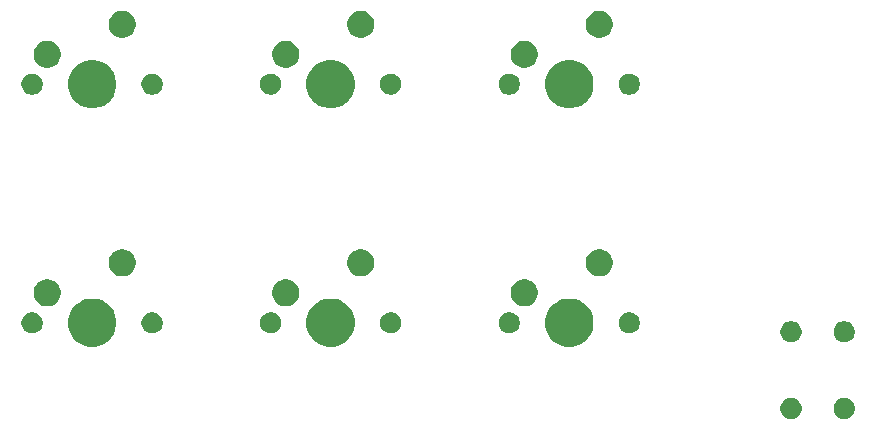
<source format=gbr>
G04 #@! TF.GenerationSoftware,KiCad,Pcbnew,5.1.5-52549c5~84~ubuntu18.04.1*
G04 #@! TF.CreationDate,2020-02-23T16:11:41-08:00*
G04 #@! TF.ProjectId,dotkb_micro,646f746b-625f-46d6-9963-726f2e6b6963,rev?*
G04 #@! TF.SameCoordinates,Original*
G04 #@! TF.FileFunction,Soldermask,Top*
G04 #@! TF.FilePolarity,Negative*
%FSLAX46Y46*%
G04 Gerber Fmt 4.6, Leading zero omitted, Abs format (unit mm)*
G04 Created by KiCad (PCBNEW 5.1.5-52549c5~84~ubuntu18.04.1) date 2020-02-23 16:11:41*
%MOMM*%
%LPD*%
G04 APERTURE LIST*
%ADD10C,0.100000*%
G04 APERTURE END LIST*
D10*
G36*
X135263752Y-109090416D02*
G01*
X135263755Y-109090417D01*
X135263754Y-109090417D01*
X135427689Y-109158321D01*
X135575227Y-109256903D01*
X135700697Y-109382373D01*
X135700698Y-109382375D01*
X135799280Y-109529913D01*
X135867184Y-109693848D01*
X135901800Y-109867877D01*
X135901800Y-110045323D01*
X135867184Y-110219352D01*
X135867183Y-110219354D01*
X135799279Y-110383289D01*
X135700697Y-110530827D01*
X135575227Y-110656297D01*
X135427689Y-110754879D01*
X135427688Y-110754880D01*
X135427687Y-110754880D01*
X135263752Y-110822784D01*
X135089723Y-110857400D01*
X134912277Y-110857400D01*
X134738248Y-110822784D01*
X134574313Y-110754880D01*
X134574312Y-110754880D01*
X134574311Y-110754879D01*
X134426773Y-110656297D01*
X134301303Y-110530827D01*
X134202721Y-110383289D01*
X134134817Y-110219354D01*
X134134816Y-110219352D01*
X134100200Y-110045323D01*
X134100200Y-109867877D01*
X134134816Y-109693848D01*
X134202720Y-109529913D01*
X134301302Y-109382375D01*
X134301303Y-109382373D01*
X134426773Y-109256903D01*
X134574311Y-109158321D01*
X134738246Y-109090417D01*
X134738245Y-109090417D01*
X134738248Y-109090416D01*
X134912277Y-109055800D01*
X135089723Y-109055800D01*
X135263752Y-109090416D01*
G37*
G36*
X130763752Y-109090416D02*
G01*
X130763755Y-109090417D01*
X130763754Y-109090417D01*
X130927689Y-109158321D01*
X131075227Y-109256903D01*
X131200697Y-109382373D01*
X131200698Y-109382375D01*
X131299280Y-109529913D01*
X131367184Y-109693848D01*
X131401800Y-109867877D01*
X131401800Y-110045323D01*
X131367184Y-110219352D01*
X131367183Y-110219354D01*
X131299279Y-110383289D01*
X131200697Y-110530827D01*
X131075227Y-110656297D01*
X130927689Y-110754879D01*
X130927688Y-110754880D01*
X130927687Y-110754880D01*
X130763752Y-110822784D01*
X130589723Y-110857400D01*
X130412277Y-110857400D01*
X130238248Y-110822784D01*
X130074313Y-110754880D01*
X130074312Y-110754880D01*
X130074311Y-110754879D01*
X129926773Y-110656297D01*
X129801303Y-110530827D01*
X129702721Y-110383289D01*
X129634817Y-110219354D01*
X129634816Y-110219352D01*
X129600200Y-110045323D01*
X129600200Y-109867877D01*
X129634816Y-109693848D01*
X129702720Y-109529913D01*
X129801302Y-109382375D01*
X129801303Y-109382373D01*
X129926773Y-109256903D01*
X130074311Y-109158321D01*
X130238246Y-109090417D01*
X130238245Y-109090417D01*
X130238248Y-109090416D01*
X130412277Y-109055800D01*
X130589723Y-109055800D01*
X130763752Y-109090416D01*
G37*
G36*
X71920196Y-100726011D02*
G01*
X72293418Y-100880605D01*
X72460223Y-100992061D01*
X72629310Y-101105041D01*
X72914961Y-101390692D01*
X72914962Y-101390694D01*
X73139397Y-101726584D01*
X73293991Y-102099806D01*
X73372801Y-102496013D01*
X73372801Y-102899989D01*
X73293991Y-103296196D01*
X73139397Y-103669418D01*
X73139396Y-103669419D01*
X72914961Y-104005310D01*
X72629310Y-104290961D01*
X72581685Y-104322783D01*
X72293418Y-104515397D01*
X71920196Y-104669991D01*
X71523989Y-104748801D01*
X71120013Y-104748801D01*
X70723806Y-104669991D01*
X70350584Y-104515397D01*
X70062317Y-104322783D01*
X70014692Y-104290961D01*
X69729041Y-104005310D01*
X69504606Y-103669419D01*
X69504605Y-103669418D01*
X69350011Y-103296196D01*
X69271201Y-102899989D01*
X69271201Y-102496013D01*
X69350011Y-102099806D01*
X69504605Y-101726584D01*
X69729040Y-101390694D01*
X69729041Y-101390692D01*
X70014692Y-101105041D01*
X70183779Y-100992061D01*
X70350584Y-100880605D01*
X70723806Y-100726011D01*
X71120013Y-100647201D01*
X71523989Y-100647201D01*
X71920196Y-100726011D01*
G37*
G36*
X112320196Y-100726011D02*
G01*
X112693418Y-100880605D01*
X112860223Y-100992061D01*
X113029310Y-101105041D01*
X113314961Y-101390692D01*
X113314962Y-101390694D01*
X113539397Y-101726584D01*
X113693991Y-102099806D01*
X113772801Y-102496013D01*
X113772801Y-102899989D01*
X113693991Y-103296196D01*
X113539397Y-103669418D01*
X113539396Y-103669419D01*
X113314961Y-104005310D01*
X113029310Y-104290961D01*
X112981685Y-104322783D01*
X112693418Y-104515397D01*
X112320196Y-104669991D01*
X111923989Y-104748801D01*
X111520013Y-104748801D01*
X111123806Y-104669991D01*
X110750584Y-104515397D01*
X110462317Y-104322783D01*
X110414692Y-104290961D01*
X110129041Y-104005310D01*
X109904606Y-103669419D01*
X109904605Y-103669418D01*
X109750011Y-103296196D01*
X109671201Y-102899989D01*
X109671201Y-102496013D01*
X109750011Y-102099806D01*
X109904605Y-101726584D01*
X110129040Y-101390694D01*
X110129041Y-101390692D01*
X110414692Y-101105041D01*
X110583779Y-100992061D01*
X110750584Y-100880605D01*
X111123806Y-100726011D01*
X111520013Y-100647201D01*
X111923989Y-100647201D01*
X112320196Y-100726011D01*
G37*
G36*
X92120196Y-100726011D02*
G01*
X92493418Y-100880605D01*
X92660223Y-100992061D01*
X92829310Y-101105041D01*
X93114961Y-101390692D01*
X93114962Y-101390694D01*
X93339397Y-101726584D01*
X93493991Y-102099806D01*
X93572801Y-102496013D01*
X93572801Y-102899989D01*
X93493991Y-103296196D01*
X93339397Y-103669418D01*
X93339396Y-103669419D01*
X93114961Y-104005310D01*
X92829310Y-104290961D01*
X92781685Y-104322783D01*
X92493418Y-104515397D01*
X92120196Y-104669991D01*
X91723989Y-104748801D01*
X91320013Y-104748801D01*
X90923806Y-104669991D01*
X90550584Y-104515397D01*
X90262317Y-104322783D01*
X90214692Y-104290961D01*
X89929041Y-104005310D01*
X89704606Y-103669419D01*
X89704605Y-103669418D01*
X89550011Y-103296196D01*
X89471201Y-102899989D01*
X89471201Y-102496013D01*
X89550011Y-102099806D01*
X89704605Y-101726584D01*
X89929040Y-101390694D01*
X89929041Y-101390692D01*
X90214692Y-101105041D01*
X90383779Y-100992061D01*
X90550584Y-100880605D01*
X90923806Y-100726011D01*
X91320013Y-100647201D01*
X91723989Y-100647201D01*
X92120196Y-100726011D01*
G37*
G36*
X135263752Y-102590416D02*
G01*
X135427687Y-102658320D01*
X135427689Y-102658321D01*
X135575227Y-102756903D01*
X135700697Y-102882373D01*
X135753069Y-102960753D01*
X135799280Y-103029913D01*
X135867184Y-103193848D01*
X135901800Y-103367877D01*
X135901800Y-103545323D01*
X135867184Y-103719352D01*
X135867183Y-103719354D01*
X135799279Y-103883289D01*
X135700697Y-104030827D01*
X135575227Y-104156297D01*
X135427689Y-104254879D01*
X135427688Y-104254880D01*
X135427687Y-104254880D01*
X135263752Y-104322784D01*
X135089723Y-104357400D01*
X134912277Y-104357400D01*
X134738248Y-104322784D01*
X134574313Y-104254880D01*
X134574312Y-104254880D01*
X134574311Y-104254879D01*
X134426773Y-104156297D01*
X134301303Y-104030827D01*
X134202721Y-103883289D01*
X134134817Y-103719354D01*
X134134816Y-103719352D01*
X134100200Y-103545323D01*
X134100200Y-103367877D01*
X134134816Y-103193848D01*
X134202720Y-103029913D01*
X134248931Y-102960753D01*
X134301303Y-102882373D01*
X134426773Y-102756903D01*
X134574311Y-102658321D01*
X134574313Y-102658320D01*
X134738248Y-102590416D01*
X134912277Y-102555800D01*
X135089723Y-102555800D01*
X135263752Y-102590416D01*
G37*
G36*
X130763752Y-102590416D02*
G01*
X130927687Y-102658320D01*
X130927689Y-102658321D01*
X131075227Y-102756903D01*
X131200697Y-102882373D01*
X131253069Y-102960753D01*
X131299280Y-103029913D01*
X131367184Y-103193848D01*
X131401800Y-103367877D01*
X131401800Y-103545323D01*
X131367184Y-103719352D01*
X131367183Y-103719354D01*
X131299279Y-103883289D01*
X131200697Y-104030827D01*
X131075227Y-104156297D01*
X130927689Y-104254879D01*
X130927688Y-104254880D01*
X130927687Y-104254880D01*
X130763752Y-104322784D01*
X130589723Y-104357400D01*
X130412277Y-104357400D01*
X130238248Y-104322784D01*
X130074313Y-104254880D01*
X130074312Y-104254880D01*
X130074311Y-104254879D01*
X129926773Y-104156297D01*
X129801303Y-104030827D01*
X129702721Y-103883289D01*
X129634817Y-103719354D01*
X129634816Y-103719352D01*
X129600200Y-103545323D01*
X129600200Y-103367877D01*
X129634816Y-103193848D01*
X129702720Y-103029913D01*
X129748931Y-102960753D01*
X129801303Y-102882373D01*
X129926773Y-102756903D01*
X130074311Y-102658321D01*
X130074313Y-102658320D01*
X130238248Y-102590416D01*
X130412277Y-102555800D01*
X130589723Y-102555800D01*
X130763752Y-102590416D01*
G37*
G36*
X86704753Y-101831817D02*
G01*
X86704756Y-101831818D01*
X86704755Y-101831818D01*
X86868690Y-101899722D01*
X87016228Y-101998304D01*
X87141698Y-102123774D01*
X87141699Y-102123776D01*
X87240281Y-102271314D01*
X87308185Y-102435249D01*
X87342801Y-102609278D01*
X87342801Y-102786724D01*
X87308185Y-102960753D01*
X87308184Y-102960755D01*
X87240280Y-103124690D01*
X87141698Y-103272228D01*
X87016228Y-103397698D01*
X86868690Y-103496280D01*
X86868689Y-103496281D01*
X86868688Y-103496281D01*
X86704753Y-103564185D01*
X86530724Y-103598801D01*
X86353278Y-103598801D01*
X86179249Y-103564185D01*
X86015314Y-103496281D01*
X86015313Y-103496281D01*
X86015312Y-103496280D01*
X85867774Y-103397698D01*
X85742304Y-103272228D01*
X85643722Y-103124690D01*
X85575818Y-102960755D01*
X85575817Y-102960753D01*
X85541201Y-102786724D01*
X85541201Y-102609278D01*
X85575817Y-102435249D01*
X85643721Y-102271314D01*
X85742303Y-102123776D01*
X85742304Y-102123774D01*
X85867774Y-101998304D01*
X86015312Y-101899722D01*
X86179247Y-101831818D01*
X86179246Y-101831818D01*
X86179249Y-101831817D01*
X86353278Y-101797201D01*
X86530724Y-101797201D01*
X86704753Y-101831817D01*
G37*
G36*
X76664753Y-101831817D02*
G01*
X76664756Y-101831818D01*
X76664755Y-101831818D01*
X76828690Y-101899722D01*
X76976228Y-101998304D01*
X77101698Y-102123774D01*
X77101699Y-102123776D01*
X77200281Y-102271314D01*
X77268185Y-102435249D01*
X77302801Y-102609278D01*
X77302801Y-102786724D01*
X77268185Y-102960753D01*
X77268184Y-102960755D01*
X77200280Y-103124690D01*
X77101698Y-103272228D01*
X76976228Y-103397698D01*
X76828690Y-103496280D01*
X76828689Y-103496281D01*
X76828688Y-103496281D01*
X76664753Y-103564185D01*
X76490724Y-103598801D01*
X76313278Y-103598801D01*
X76139249Y-103564185D01*
X75975314Y-103496281D01*
X75975313Y-103496281D01*
X75975312Y-103496280D01*
X75827774Y-103397698D01*
X75702304Y-103272228D01*
X75603722Y-103124690D01*
X75535818Y-102960755D01*
X75535817Y-102960753D01*
X75501201Y-102786724D01*
X75501201Y-102609278D01*
X75535817Y-102435249D01*
X75603721Y-102271314D01*
X75702303Y-102123776D01*
X75702304Y-102123774D01*
X75827774Y-101998304D01*
X75975312Y-101899722D01*
X76139247Y-101831818D01*
X76139246Y-101831818D01*
X76139249Y-101831817D01*
X76313278Y-101797201D01*
X76490724Y-101797201D01*
X76664753Y-101831817D01*
G37*
G36*
X66504753Y-101831817D02*
G01*
X66504756Y-101831818D01*
X66504755Y-101831818D01*
X66668690Y-101899722D01*
X66816228Y-101998304D01*
X66941698Y-102123774D01*
X66941699Y-102123776D01*
X67040281Y-102271314D01*
X67108185Y-102435249D01*
X67142801Y-102609278D01*
X67142801Y-102786724D01*
X67108185Y-102960753D01*
X67108184Y-102960755D01*
X67040280Y-103124690D01*
X66941698Y-103272228D01*
X66816228Y-103397698D01*
X66668690Y-103496280D01*
X66668689Y-103496281D01*
X66668688Y-103496281D01*
X66504753Y-103564185D01*
X66330724Y-103598801D01*
X66153278Y-103598801D01*
X65979249Y-103564185D01*
X65815314Y-103496281D01*
X65815313Y-103496281D01*
X65815312Y-103496280D01*
X65667774Y-103397698D01*
X65542304Y-103272228D01*
X65443722Y-103124690D01*
X65375818Y-102960755D01*
X65375817Y-102960753D01*
X65341201Y-102786724D01*
X65341201Y-102609278D01*
X65375817Y-102435249D01*
X65443721Y-102271314D01*
X65542303Y-102123776D01*
X65542304Y-102123774D01*
X65667774Y-101998304D01*
X65815312Y-101899722D01*
X65979247Y-101831818D01*
X65979246Y-101831818D01*
X65979249Y-101831817D01*
X66153278Y-101797201D01*
X66330724Y-101797201D01*
X66504753Y-101831817D01*
G37*
G36*
X96864753Y-101831817D02*
G01*
X96864756Y-101831818D01*
X96864755Y-101831818D01*
X97028690Y-101899722D01*
X97176228Y-101998304D01*
X97301698Y-102123774D01*
X97301699Y-102123776D01*
X97400281Y-102271314D01*
X97468185Y-102435249D01*
X97502801Y-102609278D01*
X97502801Y-102786724D01*
X97468185Y-102960753D01*
X97468184Y-102960755D01*
X97400280Y-103124690D01*
X97301698Y-103272228D01*
X97176228Y-103397698D01*
X97028690Y-103496280D01*
X97028689Y-103496281D01*
X97028688Y-103496281D01*
X96864753Y-103564185D01*
X96690724Y-103598801D01*
X96513278Y-103598801D01*
X96339249Y-103564185D01*
X96175314Y-103496281D01*
X96175313Y-103496281D01*
X96175312Y-103496280D01*
X96027774Y-103397698D01*
X95902304Y-103272228D01*
X95803722Y-103124690D01*
X95735818Y-102960755D01*
X95735817Y-102960753D01*
X95701201Y-102786724D01*
X95701201Y-102609278D01*
X95735817Y-102435249D01*
X95803721Y-102271314D01*
X95902303Y-102123776D01*
X95902304Y-102123774D01*
X96027774Y-101998304D01*
X96175312Y-101899722D01*
X96339247Y-101831818D01*
X96339246Y-101831818D01*
X96339249Y-101831817D01*
X96513278Y-101797201D01*
X96690724Y-101797201D01*
X96864753Y-101831817D01*
G37*
G36*
X117064753Y-101831817D02*
G01*
X117064756Y-101831818D01*
X117064755Y-101831818D01*
X117228690Y-101899722D01*
X117376228Y-101998304D01*
X117501698Y-102123774D01*
X117501699Y-102123776D01*
X117600281Y-102271314D01*
X117668185Y-102435249D01*
X117702801Y-102609278D01*
X117702801Y-102786724D01*
X117668185Y-102960753D01*
X117668184Y-102960755D01*
X117600280Y-103124690D01*
X117501698Y-103272228D01*
X117376228Y-103397698D01*
X117228690Y-103496280D01*
X117228689Y-103496281D01*
X117228688Y-103496281D01*
X117064753Y-103564185D01*
X116890724Y-103598801D01*
X116713278Y-103598801D01*
X116539249Y-103564185D01*
X116375314Y-103496281D01*
X116375313Y-103496281D01*
X116375312Y-103496280D01*
X116227774Y-103397698D01*
X116102304Y-103272228D01*
X116003722Y-103124690D01*
X115935818Y-102960755D01*
X115935817Y-102960753D01*
X115901201Y-102786724D01*
X115901201Y-102609278D01*
X115935817Y-102435249D01*
X116003721Y-102271314D01*
X116102303Y-102123776D01*
X116102304Y-102123774D01*
X116227774Y-101998304D01*
X116375312Y-101899722D01*
X116539247Y-101831818D01*
X116539246Y-101831818D01*
X116539249Y-101831817D01*
X116713278Y-101797201D01*
X116890724Y-101797201D01*
X117064753Y-101831817D01*
G37*
G36*
X106904753Y-101831817D02*
G01*
X106904756Y-101831818D01*
X106904755Y-101831818D01*
X107068690Y-101899722D01*
X107216228Y-101998304D01*
X107341698Y-102123774D01*
X107341699Y-102123776D01*
X107440281Y-102271314D01*
X107508185Y-102435249D01*
X107542801Y-102609278D01*
X107542801Y-102786724D01*
X107508185Y-102960753D01*
X107508184Y-102960755D01*
X107440280Y-103124690D01*
X107341698Y-103272228D01*
X107216228Y-103397698D01*
X107068690Y-103496280D01*
X107068689Y-103496281D01*
X107068688Y-103496281D01*
X106904753Y-103564185D01*
X106730724Y-103598801D01*
X106553278Y-103598801D01*
X106379249Y-103564185D01*
X106215314Y-103496281D01*
X106215313Y-103496281D01*
X106215312Y-103496280D01*
X106067774Y-103397698D01*
X105942304Y-103272228D01*
X105843722Y-103124690D01*
X105775818Y-102960755D01*
X105775817Y-102960753D01*
X105741201Y-102786724D01*
X105741201Y-102609278D01*
X105775817Y-102435249D01*
X105843721Y-102271314D01*
X105942303Y-102123776D01*
X105942304Y-102123774D01*
X106067774Y-101998304D01*
X106215312Y-101899722D01*
X106379247Y-101831818D01*
X106379246Y-101831818D01*
X106379249Y-101831817D01*
X106553278Y-101797201D01*
X106730724Y-101797201D01*
X106904753Y-101831817D01*
G37*
G36*
X88047675Y-99051425D02*
G01*
X88047678Y-99051426D01*
X88047677Y-99051426D01*
X88257109Y-99138175D01*
X88445593Y-99264116D01*
X88605886Y-99424409D01*
X88731827Y-99612893D01*
X88731827Y-99612894D01*
X88818577Y-99822327D01*
X88862801Y-100044656D01*
X88862801Y-100271346D01*
X88818577Y-100493675D01*
X88818576Y-100493677D01*
X88731827Y-100703109D01*
X88605886Y-100891593D01*
X88445593Y-101051886D01*
X88257109Y-101177827D01*
X88109018Y-101239168D01*
X88047675Y-101264577D01*
X87825346Y-101308801D01*
X87598656Y-101308801D01*
X87376327Y-101264577D01*
X87314984Y-101239168D01*
X87166893Y-101177827D01*
X86978409Y-101051886D01*
X86818116Y-100891593D01*
X86692175Y-100703109D01*
X86605426Y-100493677D01*
X86605425Y-100493675D01*
X86561201Y-100271346D01*
X86561201Y-100044656D01*
X86605425Y-99822327D01*
X86692175Y-99612894D01*
X86692175Y-99612893D01*
X86818116Y-99424409D01*
X86978409Y-99264116D01*
X87166893Y-99138175D01*
X87376325Y-99051426D01*
X87376324Y-99051426D01*
X87376327Y-99051425D01*
X87598656Y-99007201D01*
X87825346Y-99007201D01*
X88047675Y-99051425D01*
G37*
G36*
X108247675Y-99051425D02*
G01*
X108247678Y-99051426D01*
X108247677Y-99051426D01*
X108457109Y-99138175D01*
X108645593Y-99264116D01*
X108805886Y-99424409D01*
X108931827Y-99612893D01*
X108931827Y-99612894D01*
X109018577Y-99822327D01*
X109062801Y-100044656D01*
X109062801Y-100271346D01*
X109018577Y-100493675D01*
X109018576Y-100493677D01*
X108931827Y-100703109D01*
X108805886Y-100891593D01*
X108645593Y-101051886D01*
X108457109Y-101177827D01*
X108309018Y-101239168D01*
X108247675Y-101264577D01*
X108025346Y-101308801D01*
X107798656Y-101308801D01*
X107576327Y-101264577D01*
X107514984Y-101239168D01*
X107366893Y-101177827D01*
X107178409Y-101051886D01*
X107018116Y-100891593D01*
X106892175Y-100703109D01*
X106805426Y-100493677D01*
X106805425Y-100493675D01*
X106761201Y-100271346D01*
X106761201Y-100044656D01*
X106805425Y-99822327D01*
X106892175Y-99612894D01*
X106892175Y-99612893D01*
X107018116Y-99424409D01*
X107178409Y-99264116D01*
X107366893Y-99138175D01*
X107576325Y-99051426D01*
X107576324Y-99051426D01*
X107576327Y-99051425D01*
X107798656Y-99007201D01*
X108025346Y-99007201D01*
X108247675Y-99051425D01*
G37*
G36*
X67847675Y-99051425D02*
G01*
X67847678Y-99051426D01*
X67847677Y-99051426D01*
X68057109Y-99138175D01*
X68245593Y-99264116D01*
X68405886Y-99424409D01*
X68531827Y-99612893D01*
X68531827Y-99612894D01*
X68618577Y-99822327D01*
X68662801Y-100044656D01*
X68662801Y-100271346D01*
X68618577Y-100493675D01*
X68618576Y-100493677D01*
X68531827Y-100703109D01*
X68405886Y-100891593D01*
X68245593Y-101051886D01*
X68057109Y-101177827D01*
X67909018Y-101239168D01*
X67847675Y-101264577D01*
X67625346Y-101308801D01*
X67398656Y-101308801D01*
X67176327Y-101264577D01*
X67114984Y-101239168D01*
X66966893Y-101177827D01*
X66778409Y-101051886D01*
X66618116Y-100891593D01*
X66492175Y-100703109D01*
X66405426Y-100493677D01*
X66405425Y-100493675D01*
X66361201Y-100271346D01*
X66361201Y-100044656D01*
X66405425Y-99822327D01*
X66492175Y-99612894D01*
X66492175Y-99612893D01*
X66618116Y-99424409D01*
X66778409Y-99264116D01*
X66966893Y-99138175D01*
X67176325Y-99051426D01*
X67176324Y-99051426D01*
X67176327Y-99051425D01*
X67398656Y-99007201D01*
X67625346Y-99007201D01*
X67847675Y-99051425D01*
G37*
G36*
X74197675Y-96511425D02*
G01*
X74197678Y-96511426D01*
X74197677Y-96511426D01*
X74407109Y-96598175D01*
X74595593Y-96724116D01*
X74755886Y-96884409D01*
X74881827Y-97072893D01*
X74881827Y-97072894D01*
X74968577Y-97282327D01*
X75012801Y-97504656D01*
X75012801Y-97731346D01*
X74968577Y-97953675D01*
X74968576Y-97953677D01*
X74881827Y-98163109D01*
X74755886Y-98351593D01*
X74595593Y-98511886D01*
X74407109Y-98637827D01*
X74259018Y-98699168D01*
X74197675Y-98724577D01*
X73975346Y-98768801D01*
X73748656Y-98768801D01*
X73526327Y-98724577D01*
X73464984Y-98699168D01*
X73316893Y-98637827D01*
X73128409Y-98511886D01*
X72968116Y-98351593D01*
X72842175Y-98163109D01*
X72755426Y-97953677D01*
X72755425Y-97953675D01*
X72711201Y-97731346D01*
X72711201Y-97504656D01*
X72755425Y-97282327D01*
X72842175Y-97072894D01*
X72842175Y-97072893D01*
X72968116Y-96884409D01*
X73128409Y-96724116D01*
X73316893Y-96598175D01*
X73526325Y-96511426D01*
X73526324Y-96511426D01*
X73526327Y-96511425D01*
X73748656Y-96467201D01*
X73975346Y-96467201D01*
X74197675Y-96511425D01*
G37*
G36*
X114597675Y-96511425D02*
G01*
X114597678Y-96511426D01*
X114597677Y-96511426D01*
X114807109Y-96598175D01*
X114995593Y-96724116D01*
X115155886Y-96884409D01*
X115281827Y-97072893D01*
X115281827Y-97072894D01*
X115368577Y-97282327D01*
X115412801Y-97504656D01*
X115412801Y-97731346D01*
X115368577Y-97953675D01*
X115368576Y-97953677D01*
X115281827Y-98163109D01*
X115155886Y-98351593D01*
X114995593Y-98511886D01*
X114807109Y-98637827D01*
X114659018Y-98699168D01*
X114597675Y-98724577D01*
X114375346Y-98768801D01*
X114148656Y-98768801D01*
X113926327Y-98724577D01*
X113864984Y-98699168D01*
X113716893Y-98637827D01*
X113528409Y-98511886D01*
X113368116Y-98351593D01*
X113242175Y-98163109D01*
X113155426Y-97953677D01*
X113155425Y-97953675D01*
X113111201Y-97731346D01*
X113111201Y-97504656D01*
X113155425Y-97282327D01*
X113242175Y-97072894D01*
X113242175Y-97072893D01*
X113368116Y-96884409D01*
X113528409Y-96724116D01*
X113716893Y-96598175D01*
X113926325Y-96511426D01*
X113926324Y-96511426D01*
X113926327Y-96511425D01*
X114148656Y-96467201D01*
X114375346Y-96467201D01*
X114597675Y-96511425D01*
G37*
G36*
X94397675Y-96511425D02*
G01*
X94397678Y-96511426D01*
X94397677Y-96511426D01*
X94607109Y-96598175D01*
X94795593Y-96724116D01*
X94955886Y-96884409D01*
X95081827Y-97072893D01*
X95081827Y-97072894D01*
X95168577Y-97282327D01*
X95212801Y-97504656D01*
X95212801Y-97731346D01*
X95168577Y-97953675D01*
X95168576Y-97953677D01*
X95081827Y-98163109D01*
X94955886Y-98351593D01*
X94795593Y-98511886D01*
X94607109Y-98637827D01*
X94459018Y-98699168D01*
X94397675Y-98724577D01*
X94175346Y-98768801D01*
X93948656Y-98768801D01*
X93726327Y-98724577D01*
X93664984Y-98699168D01*
X93516893Y-98637827D01*
X93328409Y-98511886D01*
X93168116Y-98351593D01*
X93042175Y-98163109D01*
X92955426Y-97953677D01*
X92955425Y-97953675D01*
X92911201Y-97731346D01*
X92911201Y-97504656D01*
X92955425Y-97282327D01*
X93042175Y-97072894D01*
X93042175Y-97072893D01*
X93168116Y-96884409D01*
X93328409Y-96724116D01*
X93516893Y-96598175D01*
X93726325Y-96511426D01*
X93726324Y-96511426D01*
X93726327Y-96511425D01*
X93948656Y-96467201D01*
X94175346Y-96467201D01*
X94397675Y-96511425D01*
G37*
G36*
X71920196Y-80526011D02*
G01*
X72293418Y-80680605D01*
X72460223Y-80792061D01*
X72629310Y-80905041D01*
X72914961Y-81190692D01*
X72914962Y-81190694D01*
X73139397Y-81526584D01*
X73293991Y-81899806D01*
X73372801Y-82296013D01*
X73372801Y-82699989D01*
X73293991Y-83096196D01*
X73139397Y-83469418D01*
X73139396Y-83469419D01*
X72914961Y-83805310D01*
X72629310Y-84090961D01*
X72460223Y-84203941D01*
X72293418Y-84315397D01*
X71920196Y-84469991D01*
X71523989Y-84548801D01*
X71120013Y-84548801D01*
X70723806Y-84469991D01*
X70350584Y-84315397D01*
X70183779Y-84203941D01*
X70014692Y-84090961D01*
X69729041Y-83805310D01*
X69504606Y-83469419D01*
X69504605Y-83469418D01*
X69350011Y-83096196D01*
X69271201Y-82699989D01*
X69271201Y-82296013D01*
X69350011Y-81899806D01*
X69504605Y-81526584D01*
X69729040Y-81190694D01*
X69729041Y-81190692D01*
X70014692Y-80905041D01*
X70183779Y-80792061D01*
X70350584Y-80680605D01*
X70723806Y-80526011D01*
X71120013Y-80447201D01*
X71523989Y-80447201D01*
X71920196Y-80526011D01*
G37*
G36*
X92120196Y-80526011D02*
G01*
X92493418Y-80680605D01*
X92660223Y-80792061D01*
X92829310Y-80905041D01*
X93114961Y-81190692D01*
X93114962Y-81190694D01*
X93339397Y-81526584D01*
X93493991Y-81899806D01*
X93572801Y-82296013D01*
X93572801Y-82699989D01*
X93493991Y-83096196D01*
X93339397Y-83469418D01*
X93339396Y-83469419D01*
X93114961Y-83805310D01*
X92829310Y-84090961D01*
X92660223Y-84203941D01*
X92493418Y-84315397D01*
X92120196Y-84469991D01*
X91723989Y-84548801D01*
X91320013Y-84548801D01*
X90923806Y-84469991D01*
X90550584Y-84315397D01*
X90383779Y-84203941D01*
X90214692Y-84090961D01*
X89929041Y-83805310D01*
X89704606Y-83469419D01*
X89704605Y-83469418D01*
X89550011Y-83096196D01*
X89471201Y-82699989D01*
X89471201Y-82296013D01*
X89550011Y-81899806D01*
X89704605Y-81526584D01*
X89929040Y-81190694D01*
X89929041Y-81190692D01*
X90214692Y-80905041D01*
X90383779Y-80792061D01*
X90550584Y-80680605D01*
X90923806Y-80526011D01*
X91320013Y-80447201D01*
X91723989Y-80447201D01*
X92120196Y-80526011D01*
G37*
G36*
X112320196Y-80526011D02*
G01*
X112693418Y-80680605D01*
X112860223Y-80792061D01*
X113029310Y-80905041D01*
X113314961Y-81190692D01*
X113314962Y-81190694D01*
X113539397Y-81526584D01*
X113693991Y-81899806D01*
X113772801Y-82296013D01*
X113772801Y-82699989D01*
X113693991Y-83096196D01*
X113539397Y-83469418D01*
X113539396Y-83469419D01*
X113314961Y-83805310D01*
X113029310Y-84090961D01*
X112860223Y-84203941D01*
X112693418Y-84315397D01*
X112320196Y-84469991D01*
X111923989Y-84548801D01*
X111520013Y-84548801D01*
X111123806Y-84469991D01*
X110750584Y-84315397D01*
X110583779Y-84203941D01*
X110414692Y-84090961D01*
X110129041Y-83805310D01*
X109904606Y-83469419D01*
X109904605Y-83469418D01*
X109750011Y-83096196D01*
X109671201Y-82699989D01*
X109671201Y-82296013D01*
X109750011Y-81899806D01*
X109904605Y-81526584D01*
X110129040Y-81190694D01*
X110129041Y-81190692D01*
X110414692Y-80905041D01*
X110583779Y-80792061D01*
X110750584Y-80680605D01*
X111123806Y-80526011D01*
X111520013Y-80447201D01*
X111923989Y-80447201D01*
X112320196Y-80526011D01*
G37*
G36*
X96864753Y-81631817D02*
G01*
X96864756Y-81631818D01*
X96864755Y-81631818D01*
X97028690Y-81699722D01*
X97176228Y-81798304D01*
X97301698Y-81923774D01*
X97301699Y-81923776D01*
X97400281Y-82071314D01*
X97468185Y-82235249D01*
X97502801Y-82409278D01*
X97502801Y-82586724D01*
X97468185Y-82760753D01*
X97468184Y-82760755D01*
X97400280Y-82924690D01*
X97301698Y-83072228D01*
X97176228Y-83197698D01*
X97028690Y-83296280D01*
X97028689Y-83296281D01*
X97028688Y-83296281D01*
X96864753Y-83364185D01*
X96690724Y-83398801D01*
X96513278Y-83398801D01*
X96339249Y-83364185D01*
X96175314Y-83296281D01*
X96175313Y-83296281D01*
X96175312Y-83296280D01*
X96027774Y-83197698D01*
X95902304Y-83072228D01*
X95803722Y-82924690D01*
X95735818Y-82760755D01*
X95735817Y-82760753D01*
X95701201Y-82586724D01*
X95701201Y-82409278D01*
X95735817Y-82235249D01*
X95803721Y-82071314D01*
X95902303Y-81923776D01*
X95902304Y-81923774D01*
X96027774Y-81798304D01*
X96175312Y-81699722D01*
X96339247Y-81631818D01*
X96339246Y-81631818D01*
X96339249Y-81631817D01*
X96513278Y-81597201D01*
X96690724Y-81597201D01*
X96864753Y-81631817D01*
G37*
G36*
X86704753Y-81631817D02*
G01*
X86704756Y-81631818D01*
X86704755Y-81631818D01*
X86868690Y-81699722D01*
X87016228Y-81798304D01*
X87141698Y-81923774D01*
X87141699Y-81923776D01*
X87240281Y-82071314D01*
X87308185Y-82235249D01*
X87342801Y-82409278D01*
X87342801Y-82586724D01*
X87308185Y-82760753D01*
X87308184Y-82760755D01*
X87240280Y-82924690D01*
X87141698Y-83072228D01*
X87016228Y-83197698D01*
X86868690Y-83296280D01*
X86868689Y-83296281D01*
X86868688Y-83296281D01*
X86704753Y-83364185D01*
X86530724Y-83398801D01*
X86353278Y-83398801D01*
X86179249Y-83364185D01*
X86015314Y-83296281D01*
X86015313Y-83296281D01*
X86015312Y-83296280D01*
X85867774Y-83197698D01*
X85742304Y-83072228D01*
X85643722Y-82924690D01*
X85575818Y-82760755D01*
X85575817Y-82760753D01*
X85541201Y-82586724D01*
X85541201Y-82409278D01*
X85575817Y-82235249D01*
X85643721Y-82071314D01*
X85742303Y-81923776D01*
X85742304Y-81923774D01*
X85867774Y-81798304D01*
X86015312Y-81699722D01*
X86179247Y-81631818D01*
X86179246Y-81631818D01*
X86179249Y-81631817D01*
X86353278Y-81597201D01*
X86530724Y-81597201D01*
X86704753Y-81631817D01*
G37*
G36*
X106904753Y-81631817D02*
G01*
X106904756Y-81631818D01*
X106904755Y-81631818D01*
X107068690Y-81699722D01*
X107216228Y-81798304D01*
X107341698Y-81923774D01*
X107341699Y-81923776D01*
X107440281Y-82071314D01*
X107508185Y-82235249D01*
X107542801Y-82409278D01*
X107542801Y-82586724D01*
X107508185Y-82760753D01*
X107508184Y-82760755D01*
X107440280Y-82924690D01*
X107341698Y-83072228D01*
X107216228Y-83197698D01*
X107068690Y-83296280D01*
X107068689Y-83296281D01*
X107068688Y-83296281D01*
X106904753Y-83364185D01*
X106730724Y-83398801D01*
X106553278Y-83398801D01*
X106379249Y-83364185D01*
X106215314Y-83296281D01*
X106215313Y-83296281D01*
X106215312Y-83296280D01*
X106067774Y-83197698D01*
X105942304Y-83072228D01*
X105843722Y-82924690D01*
X105775818Y-82760755D01*
X105775817Y-82760753D01*
X105741201Y-82586724D01*
X105741201Y-82409278D01*
X105775817Y-82235249D01*
X105843721Y-82071314D01*
X105942303Y-81923776D01*
X105942304Y-81923774D01*
X106067774Y-81798304D01*
X106215312Y-81699722D01*
X106379247Y-81631818D01*
X106379246Y-81631818D01*
X106379249Y-81631817D01*
X106553278Y-81597201D01*
X106730724Y-81597201D01*
X106904753Y-81631817D01*
G37*
G36*
X66504753Y-81631817D02*
G01*
X66504756Y-81631818D01*
X66504755Y-81631818D01*
X66668690Y-81699722D01*
X66816228Y-81798304D01*
X66941698Y-81923774D01*
X66941699Y-81923776D01*
X67040281Y-82071314D01*
X67108185Y-82235249D01*
X67142801Y-82409278D01*
X67142801Y-82586724D01*
X67108185Y-82760753D01*
X67108184Y-82760755D01*
X67040280Y-82924690D01*
X66941698Y-83072228D01*
X66816228Y-83197698D01*
X66668690Y-83296280D01*
X66668689Y-83296281D01*
X66668688Y-83296281D01*
X66504753Y-83364185D01*
X66330724Y-83398801D01*
X66153278Y-83398801D01*
X65979249Y-83364185D01*
X65815314Y-83296281D01*
X65815313Y-83296281D01*
X65815312Y-83296280D01*
X65667774Y-83197698D01*
X65542304Y-83072228D01*
X65443722Y-82924690D01*
X65375818Y-82760755D01*
X65375817Y-82760753D01*
X65341201Y-82586724D01*
X65341201Y-82409278D01*
X65375817Y-82235249D01*
X65443721Y-82071314D01*
X65542303Y-81923776D01*
X65542304Y-81923774D01*
X65667774Y-81798304D01*
X65815312Y-81699722D01*
X65979247Y-81631818D01*
X65979246Y-81631818D01*
X65979249Y-81631817D01*
X66153278Y-81597201D01*
X66330724Y-81597201D01*
X66504753Y-81631817D01*
G37*
G36*
X76664753Y-81631817D02*
G01*
X76664756Y-81631818D01*
X76664755Y-81631818D01*
X76828690Y-81699722D01*
X76976228Y-81798304D01*
X77101698Y-81923774D01*
X77101699Y-81923776D01*
X77200281Y-82071314D01*
X77268185Y-82235249D01*
X77302801Y-82409278D01*
X77302801Y-82586724D01*
X77268185Y-82760753D01*
X77268184Y-82760755D01*
X77200280Y-82924690D01*
X77101698Y-83072228D01*
X76976228Y-83197698D01*
X76828690Y-83296280D01*
X76828689Y-83296281D01*
X76828688Y-83296281D01*
X76664753Y-83364185D01*
X76490724Y-83398801D01*
X76313278Y-83398801D01*
X76139249Y-83364185D01*
X75975314Y-83296281D01*
X75975313Y-83296281D01*
X75975312Y-83296280D01*
X75827774Y-83197698D01*
X75702304Y-83072228D01*
X75603722Y-82924690D01*
X75535818Y-82760755D01*
X75535817Y-82760753D01*
X75501201Y-82586724D01*
X75501201Y-82409278D01*
X75535817Y-82235249D01*
X75603721Y-82071314D01*
X75702303Y-81923776D01*
X75702304Y-81923774D01*
X75827774Y-81798304D01*
X75975312Y-81699722D01*
X76139247Y-81631818D01*
X76139246Y-81631818D01*
X76139249Y-81631817D01*
X76313278Y-81597201D01*
X76490724Y-81597201D01*
X76664753Y-81631817D01*
G37*
G36*
X117064753Y-81631817D02*
G01*
X117064756Y-81631818D01*
X117064755Y-81631818D01*
X117228690Y-81699722D01*
X117376228Y-81798304D01*
X117501698Y-81923774D01*
X117501699Y-81923776D01*
X117600281Y-82071314D01*
X117668185Y-82235249D01*
X117702801Y-82409278D01*
X117702801Y-82586724D01*
X117668185Y-82760753D01*
X117668184Y-82760755D01*
X117600280Y-82924690D01*
X117501698Y-83072228D01*
X117376228Y-83197698D01*
X117228690Y-83296280D01*
X117228689Y-83296281D01*
X117228688Y-83296281D01*
X117064753Y-83364185D01*
X116890724Y-83398801D01*
X116713278Y-83398801D01*
X116539249Y-83364185D01*
X116375314Y-83296281D01*
X116375313Y-83296281D01*
X116375312Y-83296280D01*
X116227774Y-83197698D01*
X116102304Y-83072228D01*
X116003722Y-82924690D01*
X115935818Y-82760755D01*
X115935817Y-82760753D01*
X115901201Y-82586724D01*
X115901201Y-82409278D01*
X115935817Y-82235249D01*
X116003721Y-82071314D01*
X116102303Y-81923776D01*
X116102304Y-81923774D01*
X116227774Y-81798304D01*
X116375312Y-81699722D01*
X116539247Y-81631818D01*
X116539246Y-81631818D01*
X116539249Y-81631817D01*
X116713278Y-81597201D01*
X116890724Y-81597201D01*
X117064753Y-81631817D01*
G37*
G36*
X67847675Y-78851425D02*
G01*
X67847678Y-78851426D01*
X67847677Y-78851426D01*
X68057109Y-78938175D01*
X68245593Y-79064116D01*
X68405886Y-79224409D01*
X68531827Y-79412893D01*
X68531827Y-79412894D01*
X68618577Y-79622327D01*
X68662801Y-79844656D01*
X68662801Y-80071346D01*
X68618577Y-80293675D01*
X68618576Y-80293677D01*
X68531827Y-80503109D01*
X68405886Y-80691593D01*
X68245593Y-80851886D01*
X68057109Y-80977827D01*
X67909018Y-81039168D01*
X67847675Y-81064577D01*
X67625346Y-81108801D01*
X67398656Y-81108801D01*
X67176327Y-81064577D01*
X67114984Y-81039168D01*
X66966893Y-80977827D01*
X66778409Y-80851886D01*
X66618116Y-80691593D01*
X66492175Y-80503109D01*
X66405426Y-80293677D01*
X66405425Y-80293675D01*
X66361201Y-80071346D01*
X66361201Y-79844656D01*
X66405425Y-79622327D01*
X66492175Y-79412894D01*
X66492175Y-79412893D01*
X66618116Y-79224409D01*
X66778409Y-79064116D01*
X66966893Y-78938175D01*
X67176325Y-78851426D01*
X67176324Y-78851426D01*
X67176327Y-78851425D01*
X67398656Y-78807201D01*
X67625346Y-78807201D01*
X67847675Y-78851425D01*
G37*
G36*
X88047675Y-78851425D02*
G01*
X88047678Y-78851426D01*
X88047677Y-78851426D01*
X88257109Y-78938175D01*
X88445593Y-79064116D01*
X88605886Y-79224409D01*
X88731827Y-79412893D01*
X88731827Y-79412894D01*
X88818577Y-79622327D01*
X88862801Y-79844656D01*
X88862801Y-80071346D01*
X88818577Y-80293675D01*
X88818576Y-80293677D01*
X88731827Y-80503109D01*
X88605886Y-80691593D01*
X88445593Y-80851886D01*
X88257109Y-80977827D01*
X88109018Y-81039168D01*
X88047675Y-81064577D01*
X87825346Y-81108801D01*
X87598656Y-81108801D01*
X87376327Y-81064577D01*
X87314984Y-81039168D01*
X87166893Y-80977827D01*
X86978409Y-80851886D01*
X86818116Y-80691593D01*
X86692175Y-80503109D01*
X86605426Y-80293677D01*
X86605425Y-80293675D01*
X86561201Y-80071346D01*
X86561201Y-79844656D01*
X86605425Y-79622327D01*
X86692175Y-79412894D01*
X86692175Y-79412893D01*
X86818116Y-79224409D01*
X86978409Y-79064116D01*
X87166893Y-78938175D01*
X87376325Y-78851426D01*
X87376324Y-78851426D01*
X87376327Y-78851425D01*
X87598656Y-78807201D01*
X87825346Y-78807201D01*
X88047675Y-78851425D01*
G37*
G36*
X108247675Y-78851425D02*
G01*
X108247678Y-78851426D01*
X108247677Y-78851426D01*
X108457109Y-78938175D01*
X108645593Y-79064116D01*
X108805886Y-79224409D01*
X108931827Y-79412893D01*
X108931827Y-79412894D01*
X109018577Y-79622327D01*
X109062801Y-79844656D01*
X109062801Y-80071346D01*
X109018577Y-80293675D01*
X109018576Y-80293677D01*
X108931827Y-80503109D01*
X108805886Y-80691593D01*
X108645593Y-80851886D01*
X108457109Y-80977827D01*
X108309018Y-81039168D01*
X108247675Y-81064577D01*
X108025346Y-81108801D01*
X107798656Y-81108801D01*
X107576327Y-81064577D01*
X107514984Y-81039168D01*
X107366893Y-80977827D01*
X107178409Y-80851886D01*
X107018116Y-80691593D01*
X106892175Y-80503109D01*
X106805426Y-80293677D01*
X106805425Y-80293675D01*
X106761201Y-80071346D01*
X106761201Y-79844656D01*
X106805425Y-79622327D01*
X106892175Y-79412894D01*
X106892175Y-79412893D01*
X107018116Y-79224409D01*
X107178409Y-79064116D01*
X107366893Y-78938175D01*
X107576325Y-78851426D01*
X107576324Y-78851426D01*
X107576327Y-78851425D01*
X107798656Y-78807201D01*
X108025346Y-78807201D01*
X108247675Y-78851425D01*
G37*
G36*
X94397675Y-76311425D02*
G01*
X94397678Y-76311426D01*
X94397677Y-76311426D01*
X94607109Y-76398175D01*
X94795593Y-76524116D01*
X94955886Y-76684409D01*
X95081827Y-76872893D01*
X95081827Y-76872894D01*
X95168577Y-77082327D01*
X95212801Y-77304656D01*
X95212801Y-77531346D01*
X95168577Y-77753675D01*
X95168576Y-77753677D01*
X95081827Y-77963109D01*
X94955886Y-78151593D01*
X94795593Y-78311886D01*
X94607109Y-78437827D01*
X94459018Y-78499168D01*
X94397675Y-78524577D01*
X94175346Y-78568801D01*
X93948656Y-78568801D01*
X93726327Y-78524577D01*
X93664984Y-78499168D01*
X93516893Y-78437827D01*
X93328409Y-78311886D01*
X93168116Y-78151593D01*
X93042175Y-77963109D01*
X92955426Y-77753677D01*
X92955425Y-77753675D01*
X92911201Y-77531346D01*
X92911201Y-77304656D01*
X92955425Y-77082327D01*
X93042175Y-76872894D01*
X93042175Y-76872893D01*
X93168116Y-76684409D01*
X93328409Y-76524116D01*
X93516893Y-76398175D01*
X93726325Y-76311426D01*
X93726324Y-76311426D01*
X93726327Y-76311425D01*
X93948656Y-76267201D01*
X94175346Y-76267201D01*
X94397675Y-76311425D01*
G37*
G36*
X74197675Y-76311425D02*
G01*
X74197678Y-76311426D01*
X74197677Y-76311426D01*
X74407109Y-76398175D01*
X74595593Y-76524116D01*
X74755886Y-76684409D01*
X74881827Y-76872893D01*
X74881827Y-76872894D01*
X74968577Y-77082327D01*
X75012801Y-77304656D01*
X75012801Y-77531346D01*
X74968577Y-77753675D01*
X74968576Y-77753677D01*
X74881827Y-77963109D01*
X74755886Y-78151593D01*
X74595593Y-78311886D01*
X74407109Y-78437827D01*
X74259018Y-78499168D01*
X74197675Y-78524577D01*
X73975346Y-78568801D01*
X73748656Y-78568801D01*
X73526327Y-78524577D01*
X73464984Y-78499168D01*
X73316893Y-78437827D01*
X73128409Y-78311886D01*
X72968116Y-78151593D01*
X72842175Y-77963109D01*
X72755426Y-77753677D01*
X72755425Y-77753675D01*
X72711201Y-77531346D01*
X72711201Y-77304656D01*
X72755425Y-77082327D01*
X72842175Y-76872894D01*
X72842175Y-76872893D01*
X72968116Y-76684409D01*
X73128409Y-76524116D01*
X73316893Y-76398175D01*
X73526325Y-76311426D01*
X73526324Y-76311426D01*
X73526327Y-76311425D01*
X73748656Y-76267201D01*
X73975346Y-76267201D01*
X74197675Y-76311425D01*
G37*
G36*
X114597675Y-76311425D02*
G01*
X114597678Y-76311426D01*
X114597677Y-76311426D01*
X114807109Y-76398175D01*
X114995593Y-76524116D01*
X115155886Y-76684409D01*
X115281827Y-76872893D01*
X115281827Y-76872894D01*
X115368577Y-77082327D01*
X115412801Y-77304656D01*
X115412801Y-77531346D01*
X115368577Y-77753675D01*
X115368576Y-77753677D01*
X115281827Y-77963109D01*
X115155886Y-78151593D01*
X114995593Y-78311886D01*
X114807109Y-78437827D01*
X114659018Y-78499168D01*
X114597675Y-78524577D01*
X114375346Y-78568801D01*
X114148656Y-78568801D01*
X113926327Y-78524577D01*
X113864984Y-78499168D01*
X113716893Y-78437827D01*
X113528409Y-78311886D01*
X113368116Y-78151593D01*
X113242175Y-77963109D01*
X113155426Y-77753677D01*
X113155425Y-77753675D01*
X113111201Y-77531346D01*
X113111201Y-77304656D01*
X113155425Y-77082327D01*
X113242175Y-76872894D01*
X113242175Y-76872893D01*
X113368116Y-76684409D01*
X113528409Y-76524116D01*
X113716893Y-76398175D01*
X113926325Y-76311426D01*
X113926324Y-76311426D01*
X113926327Y-76311425D01*
X114148656Y-76267201D01*
X114375346Y-76267201D01*
X114597675Y-76311425D01*
G37*
M02*

</source>
